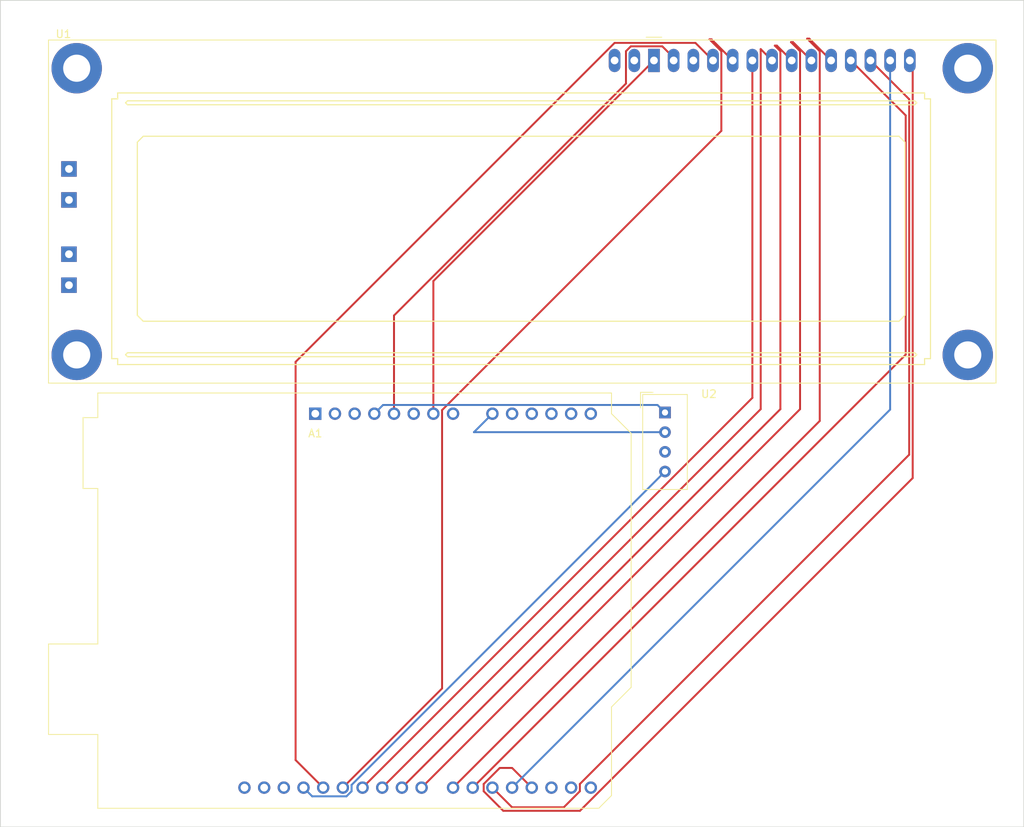
<source format=kicad_pcb>
(kicad_pcb (version 20221018) (generator pcbnew)
  (layers (0 "F.Cu" signal) (31 "B.Cu" signal) (34 "B.Paste" user) (35 "F.Paste" user) (36 "B.SilkS" user "B.Silkscreen") (37 "F.SilkS" user "F.Silkscreen") (38 "B.Mask" user) (39 "F.Mask" user) (44 "Edge.Cuts" user))
  (net 0 "")
  (net 4 "Net-(A1-3V3)")
  (net 5 "Net-(A1-+5V)")
  (net 7 "Net-(U1-VSS)")
  (net 8 "+5V")
  (net 9 "Net-(A1-A0)")
  (net 18 "Net-(A1-D3)")
  (net 19 "Net-(A1-D4)")
  (net 20 "Net-(A1-D5)")
  (net 21 "Net-(A1-D6)")
  (net 22 "Net-(A1-D7)")
  (net 23 "Net-(A1-D8)")
  (net 24 "Net-(A1-D9)")
  (net 25 "Net-(A1-D10)")
  (net 26 "Net-(A1-D11)")
  (net 27 "Net-(A1-D12)")
  (net 28 "Net-(A1-D13)")
  (net 29 "Net-(U2-GND)")
  (footprint "Module:Arduino_UNO_R3" (layer "F.Cu") (at 91.44 81.28)
    (fp_text reference "A1" (at 0 2.54 180) (layer "F.SilkS"))
    (fp_text value "Arduino_UNO_R3")
    (fp_line (start -34.42 29.72) (end -34.42 41.4) (stroke (width 0.12)) (layer "F.SilkS"))
    (fp_line (start -34.42 41.4) (end -28.07 41.4) (stroke (width 0.12)) (layer "F.SilkS"))
    (fp_line (start -29.97 0.51) (end -29.97 9.65) (stroke (width 0.12)) (layer "F.SilkS"))
    (fp_line (start -29.97 9.65) (end -28.07 9.65) (stroke (width 0.12)) (layer "F.SilkS"))
    (fp_line (start -28.07 -2.67) (end -28.07 0.51) (stroke (width 0.12)) (layer "F.SilkS"))
    (fp_line (start -28.07 0.51) (end -29.97 0.51) (stroke (width 0.12)) (layer "F.SilkS"))
    (fp_line (start -28.07 9.65) (end -28.07 29.72) (stroke (width 0.12)) (layer "F.SilkS"))
    (fp_line (start -28.07 29.72) (end -34.42 29.72) (stroke (width 0.12)) (layer "F.SilkS"))
    (fp_line (start -28.07 41.4) (end -28.07 50.93) (stroke (width 0.12)) (layer "F.SilkS"))
    (fp_line (start -28.07 50.93) (end 36.58 50.93) (stroke (width 0.12)) (layer "F.SilkS"))
    (fp_line (start 36.58 50.93) (end 38.23 49.28) (stroke (width 0.12)) (layer "F.SilkS"))
    (fp_line (start 38.23 -2.67) (end -28.07 -2.67) (stroke (width 0.12)) (layer "F.SilkS"))
    (fp_line (start 38.23 0) (end 38.23 -2.67) (stroke (width 0.12)) (layer "F.SilkS"))
    (fp_line (start 38.23 37.85) (end 40.77 35.31) (stroke (width 0.12)) (layer "F.SilkS"))
    (fp_line (start 38.23 49.28) (end 38.23 37.85) (stroke (width 0.12)) (layer "F.SilkS"))
    (fp_line (start 40.77 2.54) (end 38.23 0) (stroke (width 0.12)) (layer "F.SilkS"))
    (fp_line (start 40.77 35.31) (end 40.77 2.54) (stroke (width 0.12)) (layer "F.SilkS"))
    (pad "1" thru_hole rect (at 0 0 90) (size 1.6 1.6) (drill 1) (layers "*.Cu" "*.Mask"))
    (pad "2" thru_hole oval (at 2.54 0 90) (size 1.6 1.6) (drill 1) (layers "*.Cu" "*.Mask"))
    (pad "3" thru_hole oval (at 5.08 0 90) (size 1.6 1.6) (drill 1) (layers "*.Cu" "*.Mask"))
    (pad "4" thru_hole oval (at 7.62 0 90) (size 1.6 1.6) (drill 1) (layers "*.Cu" "*.Mask") (net 4 "Net-(A1-3V3)"))
    (pad "5" thru_hole oval (at 10.16 0 90) (size 1.6 1.6) (drill 1) (layers "*.Cu" "*.Mask") (net 5 "Net-(A1-+5V)"))
    (pad "6" thru_hole oval (at 12.7 0 90) (size 1.6 1.6) (drill 1) (layers "*.Cu" "*.Mask"))
    (pad "7" thru_hole oval (at 15.24 0 90) (size 1.6 1.6) (drill 1) (layers "*.Cu" "*.Mask") (net 7 "Net-(U1-VSS)"))
    (pad "8" thru_hole oval (at 17.78 0 90) (size 1.6 1.6) (drill 1) (layers "*.Cu" "*.Mask") (net 8 "+5V"))
    (pad "9" thru_hole oval (at 22.86 0 90) (size 1.6 1.6) (drill 1) (layers "*.Cu" "*.Mask") (net 9 "Net-(A1-A0)"))
    (pad "10" thru_hole oval (at 25.4 0 90) (size 1.6 1.6) (drill 1) (layers "*.Cu" "*.Mask"))
    (pad "11" thru_hole oval (at 27.94 0 90) (size 1.6 1.6) (drill 1) (layers "*.Cu" "*.Mask"))
    (pad "12" thru_hole oval (at 30.48 0 90) (size 1.6 1.6) (drill 1) (layers "*.Cu" "*.Mask"))
    (pad "13" thru_hole oval (at 33.02 0 90) (size 1.6 1.6) (drill 1) (layers "*.Cu" "*.Mask"))
    (pad "14" thru_hole oval (at 35.56 0 90) (size 1.6 1.6) (drill 1) (layers "*.Cu" "*.Mask"))
    (pad "15" thru_hole oval (at 35.56 48.26 90) (size 1.6 1.6) (drill 1) (layers "*.Cu" "*.Mask"))
    (pad "16" thru_hole oval (at 33.02 48.26 90) (size 1.6 1.6) (drill 1) (layers "*.Cu" "*.Mask"))
    (pad "17" thru_hole oval (at 30.48 48.26 90) (size 1.6 1.6) (drill 1) (layers "*.Cu" "*.Mask"))
    (pad "18" thru_hole oval (at 27.94 48.26 90) (size 1.6 1.6) (drill 1) (layers "*.Cu" "*.Mask") (net 18 "Net-(A1-D3)"))
    (pad "19" thru_hole oval (at 25.4 48.26 90) (size 1.6 1.6) (drill 1) (layers "*.Cu" "*.Mask") (net 19 "Net-(A1-D4)"))
    (pad "20" thru_hole oval (at 22.86 48.26 90) (size 1.6 1.6) (drill 1) (layers "*.Cu" "*.Mask") (net 20 "Net-(A1-D5)"))
    (pad "21" thru_hole oval (at 20.32 48.26 90) (size 1.6 1.6) (drill 1) (layers "*.Cu" "*.Mask") (net 21 "Net-(A1-D6)"))
    (pad "22" thru_hole oval (at 17.78 48.26 90) (size 1.6 1.6) (drill 1) (layers "*.Cu" "*.Mask") (net 22 "Net-(A1-D7)"))
    (pad "23" thru_hole oval (at 13.72 48.26 90) (size 1.6 1.6) (drill 1) (layers "*.Cu" "*.Mask") (net 23 "Net-(A1-D8)"))
    (pad "24" thru_hole oval (at 11.18 48.26 90) (size 1.6 1.6) (drill 1) (layers "*.Cu" "*.Mask") (net 24 "Net-(A1-D9)"))
    (pad "25" thru_hole oval (at 8.64 48.26 90) (size 1.6 1.6) (drill 1) (layers "*.Cu" "*.Mask") (net 25 "Net-(A1-D10)"))
    (pad "26" thru_hole oval (at 6.1 48.26 90) (size 1.6 1.6) (drill 1) (layers "*.Cu" "*.Mask") (net 26 "Net-(A1-D11)"))
    (pad "27" thru_hole oval (at 3.56 48.26 90) (size 1.6 1.6) (drill 1) (layers "*.Cu" "*.Mask") (net 27 "Net-(A1-D12)"))
    (pad "28" thru_hole oval (at 1.02 48.26 90) (size 1.6 1.6) (drill 1) (layers "*.Cu" "*.Mask") (net 28 "Net-(A1-D13)"))
    (pad "29" thru_hole oval (at -1.52 48.26 90) (size 1.6 1.6) (drill 1) (layers "*.Cu" "*.Mask") (net 29 "Net-(U2-GND)"))
    (pad "30" thru_hole oval (at -4.06 48.26 90) (size 1.6 1.6) (drill 1) (layers "*.Cu" "*.Mask"))
    (pad "31" thru_hole oval (at -6.6 48.26 90) (size 1.6 1.6) (drill 1) (layers "*.Cu" "*.Mask"))
    (pad "32" thru_hole oval (at -9.14 48.26 90) (size 1.6 1.6) (drill 1) (layers "*.Cu" "*.Mask"))
  )
  (footprint "Sensor:Aosong_DHT11_5.5x12.0_P2.54mm" (layer "F.Cu") (at 136.575 81.125)
    (fp_text reference "U2" (at 5.665 -2.385) (layer "F.SilkS"))
    (fp_text value "DHT11")
    (fp_line (start -3.16 -2.6) (end -3.16 -0.6) (stroke (width 0.12)) (layer "F.SilkS"))
    (fp_line (start -3.16 -2.6) (end -1.55 -2.6) (stroke (width 0.12)) (layer "F.SilkS"))
    (fp_line (start -2.88 9.94) (end -2.88 -2.31) (stroke (width 0.12)) (layer "F.SilkS"))
    (fp_line (start -2.87 -2.32) (end 2.87 -2.32) (stroke (width 0.12)) (layer "F.SilkS"))
    (fp_line (start 2.88 -2.32) (end 2.88 9.94) (stroke (width 0.12)) (layer "F.SilkS"))
    (fp_line (start 2.88 9.94) (end -2.88 9.94) (stroke (width 0.12)) (layer "F.SilkS"))
    (pad "1" thru_hole rect (at 0 0) (size 1.5 1.5) (drill 0.8) (layers "*.Cu" "*.Mask") (net 4 "Net-(A1-3V3)"))
    (pad "2" thru_hole circle (at 0 2.54) (size 1.5 1.5) (drill 0.8) (layers "*.Cu" "*.Mask") (net 9 "Net-(A1-A0)"))
    (pad "3" thru_hole circle (at 0 5.08) (size 1.5 1.5) (drill 0.8) (layers "*.Cu" "*.Mask"))
    (pad "4" thru_hole circle (at 0 7.62) (size 1.5 1.5) (drill 0.8) (layers "*.Cu" "*.Mask") (net 29 "Net-(U2-GND)"))
  )
  (footprint "Display:LCD-016N002L" (layer "F.Cu") (at 135.15 35.695)
    (fp_text reference "U1" (at -76.21 -3.41 180) (layer "F.SilkS"))
    (fp_text value "LCD-016N002L")
    (fp_line (start -78.14 -2.64) (end -78.14 41.64) (stroke (width 0.12)) (layer "F.SilkS"))
    (fp_line (start -78.14 41.64) (end 44.14 41.64) (stroke (width 0.12)) (layer "F.SilkS"))
    (fp_line (start -69.977 4.953) (end -69.977 38.481) (stroke (width 0.15)) (layer "F.SilkS"))
    (fp_line (start -69.215 4.191) (end -69.215 4.953) (stroke (width 0.15)) (layer "F.SilkS"))
    (fp_line (start -69.215 4.953) (end -69.977 4.953) (stroke (width 0.15)) (layer "F.SilkS"))
    (fp_line (start -69.215 38.481) (end -69.977 38.481) (stroke (width 0.15)) (layer "F.SilkS"))
    (fp_line (start -69.215 39.243) (end -69.215 38.481) (stroke (width 0.15)) (layer "F.SilkS"))
    (fp_line (start -69.215 39.243) (end 34.925 39.243) (stroke (width 0.15)) (layer "F.SilkS"))
    (fp_line (start -68.199 5.461) (end -67.945 5.715) (stroke (width 0.15)) (layer "F.SilkS"))
    (fp_line (start -68.199 37.973) (end -67.945 38.227) (stroke (width 0.15)) (layer "F.SilkS"))
    (fp_line (start -67.945 5.207) (end -68.199 5.461) (stroke (width 0.15)) (layer "F.SilkS"))
    (fp_line (start -67.945 5.715) (end 33.655 5.715) (stroke (width 0.15)) (layer "F.SilkS"))
    (fp_line (start -67.945 37.719) (end -68.199 37.973) (stroke (width 0.15)) (layer "F.SilkS"))
    (fp_line (start -67.945 38.227) (end 33.655 38.227) (stroke (width 0.15)) (layer "F.SilkS"))
    (fp_line (start -66.675 10.541) (end -65.913 9.779) (stroke (width 0.15)) (layer "F.SilkS"))
    (fp_line (start -66.675 32.893) (end -66.675 10.541) (stroke (width 0.15)) (layer "F.SilkS"))
    (fp_line (start -65.913 9.779) (end 31.623 9.779) (stroke (width 0.15)) (layer "F.SilkS"))
    (fp_line (start -65.913 33.655) (end -66.675 32.893) (stroke (width 0.15)) (layer "F.SilkS"))
    (fp_line (start -1 -3) (end 1 -3) (stroke (width 0.12)) (layer "F.SilkS"))
    (fp_line (start 31.623 9.779) (end 32.385 10.541) (stroke (width 0.15)) (layer "F.SilkS"))
    (fp_line (start 31.623 33.655) (end -65.913 33.655) (stroke (width 0.15)) (layer "F.SilkS"))
    (fp_line (start 32.385 10.541) (end 32.385 32.893) (stroke (width 0.15)) (layer "F.SilkS"))
    (fp_line (start 32.385 32.893) (end 31.623 33.655) (stroke (width 0.15)) (layer "F.SilkS"))
    (fp_line (start 33.655 5.207) (end -67.945 5.207) (stroke (width 0.15)) (layer "F.SilkS"))
    (fp_line (start 33.655 5.207) (end 33.909 5.461) (stroke (width 0.15)) (layer "F.SilkS"))
    (fp_line (start 33.655 37.719) (end -67.945 37.719) (stroke (width 0.15)) (layer "F.SilkS"))
    (fp_line (start 33.655 38.227) (end 33.909 37.973) (stroke (width 0.15)) (layer "F.SilkS"))
    (fp_line (start 33.909 5.461) (end 33.655 5.715) (stroke (width 0.15)) (layer "F.SilkS"))
    (fp_line (start 33.909 37.973) (end 33.655 37.719) (stroke (width 0.15)) (layer "F.SilkS"))
    (fp_line (start 34.925 4.191) (end -69.215 4.191) (stroke (width 0.15)) (layer "F.SilkS"))
    (fp_line (start 34.925 4.191) (end 34.925 4.953) (stroke (width 0.15)) (layer "F.SilkS"))
    (fp_line (start 34.925 4.953) (end 35.687 4.953) (stroke (width 0.15)) (layer "F.SilkS"))
    (fp_line (start 34.925 38.481) (end 34.925 39.243) (stroke (width 0.15)) (layer "F.SilkS"))
    (fp_line (start 35.687 38.481) (end 34.925 38.481) (stroke (width 0.15)) (layer "F.SilkS"))
    (fp_line (start 35.687 38.481) (end 35.687 4.953) (stroke (width 0.15)) (layer "F.SilkS"))
    (fp_line (start 44.14 -2.64) (end -78.14 -2.64) (stroke (width 0.12)) (layer "F.SilkS"))
    (fp_line (start 44.14 -2.64) (end 44.14 41.64) (stroke (width 0.12)) (layer "F.SilkS"))
    (pad "" thru_hole circle (at -74.5 1 180) (size 6.5 6.5) (drill 3.5) (layers "*.Cu" "*.Mask"))
    (pad "" thru_hole circle (at -74.5 38 180) (size 6.5 6.5) (drill 3.5) (layers "*.Cu" "*.Mask"))
    (pad "" thru_hole circle (at 40.5 1 180) (size 6.5 6.5) (drill 3.5) (layers "*.Cu" "*.Mask"))
    (pad "" thru_hole circle (at 40.5 38 180) (size 6.5 6.5) (drill 3.5) (layers "*.Cu" "*.Mask"))
    (pad "1" thru_hole rect (at 0 0 180) (size 1.5 3) (drill 1) (layers "*.Cu" "*.Mask") (net 7 "Net-(U1-VSS)"))
    (pad "2" thru_hole oval (at 2.54 0 180) (size 1.5 3) (drill 1) (layers "*.Cu" "*.Mask") (net 5 "Net-(A1-+5V)"))
    (pad "3" thru_hole oval (at 5.08 0 180) (size 1.5 3) (drill 1) (layers "*.Cu" "*.Mask"))
    (pad "4" thru_hole oval (at 7.62 0 180) (size 1.5 3) (drill 1) (layers "*.Cu" "*.Mask") (net 28 "Net-(A1-D13)"))
    (pad "5" thru_hole oval (at 10.16 0 180) (size 1.5 3) (drill 1) (layers "*.Cu" "*.Mask") (net 27 "Net-(A1-D12)"))
    (pad "6" thru_hole oval (at 12.7 0 180) (size 1.5 3) (drill 1) (layers "*.Cu" "*.Mask") (net 26 "Net-(A1-D11)"))
    (pad "7" thru_hole oval (at 15.24 0 180) (size 1.5 3) (drill 1) (layers "*.Cu" "*.Mask") (net 25 "Net-(A1-D10)"))
    (pad "8" thru_hole oval (at 17.78 0 180) (size 1.5 3) (drill 1) (layers "*.Cu" "*.Mask") (net 24 "Net-(A1-D9)"))
    (pad "9" thru_hole oval (at 20.32 0 180) (size 1.5 3) (drill 1) (layers "*.Cu" "*.Mask") (net 23 "Net-(A1-D8)"))
    (pad "10" thru_hole oval (at 22.86 0 180) (size 1.5 3) (drill 1) (layers "*.Cu" "*.Mask") (net 22 "Net-(A1-D7)"))
    (pad "11" thru_hole oval (at 25.4 0 180) (size 1.5 3) (drill 1) (layers "*.Cu" "*.Mask") (net 21 "Net-(A1-D6)"))
    (pad "12" thru_hole oval (at 27.94 0 180) (size 1.5 3) (drill 1) (layers "*.Cu" "*.Mask") (net 20 "Net-(A1-D5)"))
    (pad "13" thru_hole oval (at 30.48 0 180) (size 1.5 3) (drill 1) (layers "*.Cu" "*.Mask") (net 19 "Net-(A1-D4)"))
    (pad "14" thru_hole oval (at 33.02 0 180) (size 1.5 3) (drill 1) (layers "*.Cu" "*.Mask") (net 18 "Net-(A1-D3)"))
    (pad "15" thru_hole oval (at -2.54 0 180) (size 1.5 3) (drill 1) (layers "*.Cu" "*.Mask"))
    (pad "16" thru_hole oval (at -5.08 0 180) (size 1.5 3) (drill 1) (layers "*.Cu" "*.Mask"))
    (pad "A1" thru_hole rect (at -75.5 14 180) (size 2 2) (drill 1) (layers "*.Cu" "*.Mask"))
    (pad "A2" thru_hole rect (at -75.5 25 180) (size 2 2) (drill 1) (layers "*.Cu" "*.Mask"))
    (pad "K1" thru_hole rect (at -75.5 18 180) (size 2 2) (drill 1) (layers "*.Cu" "*.Mask"))
    (pad "K2" thru_hole rect (at -75.5 29 180) (size 2 2) (drill 1) (layers "*.Cu" "*.Mask"))
  )
  (gr_rect (start 50.8 27.94) (end 182.88 134.62) (stroke (width 0.1)) (fill none) (layer "Edge.Cuts"))
  (segment (start 100.185 80.155) (end 99.06 81.28) (width 0.25) (layer "B.Cu") (net 4))
  (segment (start 135.605 80.155) (end 100.185 80.155) (width 0.25) (layer "B.Cu") (net 4))
  (segment (start 136.575 81.125) (end 135.605 80.155) (width 0.25) (layer "B.Cu") (net 4))
  (segment (start 136.225 33.87) (end 132.16472 33.87) (width 0.25) (layer "F.Cu") (net 5))
  (segment (start 132.16472 33.87) (end 131.535 34.49972) (width 0.25) (layer "F.Cu") (net 5))
  (segment (start 137.69 35.695) (end 137.69 35.335) (width 0.25) (layer "F.Cu") (net 5))
  (segment (start 131.535 34.49972) (end 131.535 38.673604) (width 0.25) (layer "F.Cu") (net 5))
  (segment (start 131.535 38.673604) (end 101.6 68.608604) (width 0.25) (layer "F.Cu") (net 5))
  (segment (start 137.69 35.335) (end 136.225 33.87) (width 0.25) (layer "F.Cu") (net 5))
  (segment (start 101.6 68.608604) (end 101.6 81.28) (width 0.25) (layer "F.Cu") (net 5))
  (segment (start 106.68 64.165) (end 106.68 81.28) (width 0.25) (layer "F.Cu") (net 7))
  (segment (start 135.15 35.695) (end 106.68 64.165) (width 0.25) (layer "F.Cu") (net 7))
  (segment (start 136.575 83.665) (end 111.915 83.665) (width 0.25) (layer "B.Cu") (net 9))
  (segment (start 111.915 83.665) (end 114.3 81.28) (width 0.25) (layer "B.Cu") (net 9))
  (segment (start 113.175 130.005991) (end 113.175 129.074009) (width 0.25) (layer "F.Cu") (net 18))
  (segment (start 115.699009 132.53) (end 113.175 130.005991) (width 0.25) (layer "F.Cu") (net 18))
  (segment (start 116.84 127) (end 119.38 129.54) (width 0.25) (layer "F.Cu") (net 18))
  (segment (start 168.54 89.590991) (end 125.600991 132.53) (width 0.25) (layer "F.Cu") (net 18))
  (segment (start 125.600991 132.53) (end 115.699009 132.53) (width 0.25) (layer "F.Cu") (net 18))
  (segment (start 168.54 36.065) (end 168.54 89.590991) (width 0.25) (layer "F.Cu") (net 18))
  (segment (start 168.17 35.695) (end 168.54 36.065) (width 0.25) (layer "F.Cu") (net 18))
  (segment (start 115.249009 127) (end 116.84 127) (width 0.25) (layer "F.Cu") (net 18))
  (segment (start 113.175 129.074009) (end 115.249009 127) (width 0.25) (layer "F.Cu") (net 18))
  (segment (start 165.63 80.75) (end 116.84 129.54) (width 0.25) (layer "B.Cu") (net 19))
  (segment (start 165.63 35.695) (end 165.63 80.75) (width 0.25) (layer "B.Cu") (net 19))
  (segment (start 125.585 129.074009) (end 125.585 130.005991) (width 0.25) (layer "F.Cu") (net 20))
  (segment (start 163.09 35.695) (end 168.09 40.695) (width 0.25) (layer "F.Cu") (net 20))
  (segment (start 116.84 132.08) (end 114.3 129.54) (width 0.25) (layer "F.Cu") (net 20))
  (segment (start 168.09 40.695) (end 168.09 86.569009) (width 0.25) (layer "F.Cu") (net 20))
  (segment (start 125.585 130.005991) (end 123.510991 132.08) (width 0.25) (layer "F.Cu") (net 20))
  (segment (start 168.09 86.569009) (end 125.585 129.074009) (width 0.25) (layer "F.Cu") (net 20))
  (segment (start 123.510991 132.08) (end 116.84 132.08) (width 0.25) (layer "F.Cu") (net 20))
  (segment (start 160.55 35.695) (end 167.64 42.785) (width 0.25) (layer "F.Cu") (net 21))
  (segment (start 167.64 42.785) (end 167.64 73.66) (width 0.25) (layer "F.Cu") (net 21))
  (segment (start 167.64 73.66) (end 111.76 129.54) (width 0.25) (layer "F.Cu") (net 21))
  (segment (start 158.01 35.695) (end 155.195 32.88) (width 0.25) (layer "F.Cu") (net 22))
  (segment (start 156.545 82.215) (end 109.22 129.54) (width 0.25) (layer "F.Cu") (net 22))
  (segment (start 154.92528 32.88) (end 156.545 34.49972) (width 0.25) (layer "F.Cu") (net 22))
  (segment (start 155.195 32.88) (end 154.92528 32.88) (width 0.25) (layer "F.Cu") (net 22))
  (segment (start 156.545 34.49972) (end 156.545 82.215) (width 0.25) (layer "F.Cu") (net 22))
  (segment (start 154.005 80.695) (end 105.16 129.54) (width 0.25) (layer "F.Cu") (net 23))
  (segment (start 153.105 33.33) (end 152.83528 33.33) (width 0.25) (layer "F.Cu") (net 23))
  (segment (start 154.005 34.49972) (end 154.005 80.695) (width 0.25) (layer "F.Cu") (net 23))
  (segment (start 152.83528 33.33) (end 154.005 34.49972) (width 0.25) (layer "F.Cu") (net 23))
  (segment (start 155.47 35.695) (end 153.105 33.33) (width 0.25) (layer "F.Cu") (net 23))
  (segment (start 151.465 80.695) (end 102.62 129.54) (width 0.25) (layer "F.Cu") (net 24))
  (segment (start 151.015 33.78) (end 150.74528 33.78) (width 0.25) (layer "F.Cu") (net 24))
  (segment (start 152.93 35.695) (end 151.015 33.78) (width 0.25) (layer "F.Cu") (net 24))
  (segment (start 151.465 34.49972) (end 151.465 80.695) (width 0.25) (layer "F.Cu") (net 24))
  (segment (start 150.74528 33.78) (end 151.465 34.49972) (width 0.25) (layer "F.Cu") (net 24))
  (segment (start 148.925 34.23) (end 148.925 80.695) (width 0.25) (layer "F.Cu") (net 25))
  (segment (start 148.925 80.695) (end 100.08 129.54) (width 0.25) (layer "F.Cu") (net 25))
  (segment (start 150.39 35.695) (end 148.925 34.23) (width 0.25) (layer "F.Cu") (net 25))
  (segment (start 147.85 35.695) (end 147.85 79.23) (width 0.25) (layer "F.Cu") (net 26))
  (segment (start 147.85 79.23) (end 97.54 129.54) (width 0.25) (layer "F.Cu") (net 26))
  (segment (start 107.805 116.735) (end 95 129.54) (width 0.25) (layer "F.Cu") (net 27))
  (segment (start 143.845 44.774009) (end 107.805 80.814009) (width 0.25) (layer "F.Cu") (net 27))
  (segment (start 142.31528 32.97) (end 143.845 34.49972) (width 0.25) (layer "F.Cu") (net 27))
  (segment (start 142.585 32.97) (end 142.31528 32.97) (width 0.25) (layer "F.Cu") (net 27))
  (segment (start 143.845 34.49972) (end 143.845 44.774009) (width 0.25) (layer "F.Cu") (net 27))
  (segment (start 107.805 80.814009) (end 107.805 116.735) (width 0.25) (layer "F.Cu") (net 27))
  (segment (start 145.31 35.695) (end 142.585 32.97) (width 0.25) (layer "F.Cu") (net 27))
  (segment (start 142.77 35.695) (end 140.495 33.42) (width 0.25) (layer "F.Cu") (net 28))
  (segment (start 88.9 74.59472) (end 88.9 125.98) (width 0.25) (layer "F.Cu") (net 28))
  (segment (start 88.9 125.98) (end 92.46 129.54) (width 0.25) (layer "F.Cu") (net 28))
  (segment (start 130.07472 33.42) (end 88.9 74.59472) (width 0.25) (layer "F.Cu") (net 28))
  (segment (start 140.495 33.42) (end 130.07472 33.42) (width 0.25) (layer "F.Cu") (net 28))
  (segment (start 95.465991 130.665) (end 91.045 130.665) (width 0.25) (layer "B.Cu") (net 29))
  (segment (start 96.125 130.005991) (end 95.465991 130.665) (width 0.25) (layer "B.Cu") (net 29))
  (segment (start 136.575 88.745) (end 96.125 129.195) (width 0.25) (layer "B.Cu") (net 29))
  (segment (start 91.045 130.665) (end 89.92 129.54) (width 0.25) (layer "B.Cu") (net 29))
  (segment (start 96.125 129.195) (end 96.125 130.005991) (width 0.25) (layer "B.Cu") (net 29))
)
</source>
